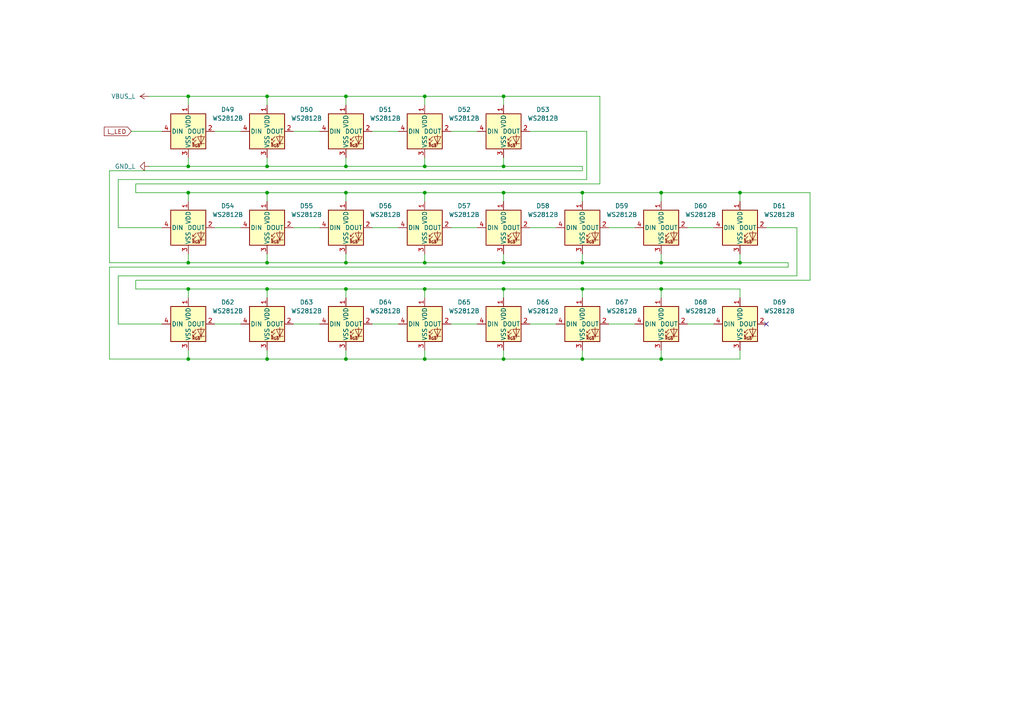
<source format=kicad_sch>
(kicad_sch (version 20231120) (generator "eeschema") (generator_version "8.0")
  (paper "A4")
  (lib_symbols
    (symbol "LED:WS2812B" (pin_names (offset 0.254))
      (property "Reference" "D" (at 5.08 5.715 0))
      (property "Value" "WS2812B" (at 1.27 -5.715 0))
      (symbol "WS2812B_0_0"
        (text "RGB" (at 2.286 -4.191 0) (effects (font (size 0.762 0.762))))
      )
      (symbol "WS2812B_0_1"
        (polyline (pts (xy 1.27 -3.556) (xy 1.778 -3.556)))
        (polyline (pts (xy 1.27 -2.54) (xy 1.778 -2.54)))
        (polyline (pts (xy 4.699 -3.556) (xy 2.667 -3.556)))
        (polyline (pts (xy 2.286 -2.54) (xy 1.27 -3.556) (xy 1.27 -3.048)))
        (polyline (pts (xy 2.286 -1.524) (xy 1.27 -2.54) (xy 1.27 -2.032)))
        (polyline (pts (xy 3.683 -1.016) (xy 3.683 -3.556) (xy 3.683 -4.064)))
        (polyline (pts (xy 4.699 -1.524) (xy 2.667 -1.524) (xy 3.683 -3.556) (xy 4.699 -1.524)))
        (rectangle (start 5.08 5.08) (end -5.08 -5.08) (stroke (width 0.254)) (fill (type background)))
      )
      (symbol "WS2812B_1_1"
        (pin power_in line (at 0 7.62 270) (length 2.54) (name "VDD") (number "1"))
        (pin output line (at 7.62 0 180) (length 2.54) (name "DOUT") (number "2"))
        (pin power_in line (at 0 -7.62 90) (length 2.54) (name "VSS") (number "3"))
        (pin input line (at -7.62 0 0) (length 2.54) (name "DIN") (number "4"))
      )
    )
    (symbol "power:GND" (power) (pin_numbers hide) (pin_names (offset 0) hide)
      (property "Value" "GND" (at 0 -3.81 0))
      (symbol "GND_0_1"
        (polyline (pts (xy 0 0) (xy 0 -1.27) (xy 1.27 -1.27) (xy 0 -2.54) (xy -1.27 -1.27) (xy 0 -1.27)))
      )
      (symbol "GND_1_1"
        (pin power_in line (at 0 0 270) (length 0) (name "~") (number "1"))
      )
    )
    (symbol "power:VBUS" (power) (pin_numbers hide) (pin_names (offset 0) hide)
      (property "Value" "VBUS" (at 0 3.556 0))
      (symbol "VBUS_0_1"
        (polyline (pts (xy -0.762 1.27) (xy 0 2.54)))
        (polyline (pts (xy 0 0) (xy 0 2.54)))
        (polyline (pts (xy 0 2.54) (xy 0.762 1.27)))
      )
      (symbol "VBUS_1_1"
        (pin power_in line (at 0 0 90) (length 0) (name "~") (number "1"))
      )
    )
  )
  (junction (at 123.19 55.88))
  (junction (at 191.77 83.82))
  (junction (at 146.05 76.2))
  (junction (at 77.47 104.14))
  (junction (at 123.19 104.14))
  (junction (at 191.77 104.14))
  (junction (at 100.33 27.94))
  (junction (at 77.47 55.88))
  (junction (at 54.61 55.88))
  (junction (at 77.47 48.26))
  (junction (at 123.19 83.82))
  (junction (at 77.47 27.94))
  (junction (at 168.91 83.82))
  (junction (at 77.47 76.2))
  (junction (at 123.19 27.94))
  (junction (at 100.33 55.88))
  (junction (at 100.33 76.2))
  (junction (at 168.91 76.2))
  (junction (at 168.91 104.14))
  (junction (at 77.47 83.82))
  (junction (at 146.05 104.14))
  (junction (at 146.05 83.82))
  (junction (at 168.91 55.88))
  (junction (at 54.61 104.14))
  (junction (at 100.33 104.14))
  (junction (at 191.77 55.88))
  (junction (at 54.61 27.94))
  (junction (at 214.63 76.2))
  (junction (at 146.05 27.94))
  (junction (at 54.61 48.26))
  (junction (at 100.33 83.82))
  (junction (at 146.05 48.26))
  (junction (at 146.05 55.88))
  (junction (at 191.77 76.2))
  (junction (at 123.19 48.26))
  (junction (at 100.33 48.26))
  (junction (at 214.63 55.88))
  (junction (at 54.61 83.82))
  (junction (at 54.61 76.2))
  (junction (at 123.19 76.2))
  (no_connect (at 222.25 93.98))
  (wire (pts (xy 85.09 38.1) (xy 92.71 38.1)))
  (wire (pts (xy 77.47 104.14) (xy 100.33 104.14)))
  (wire (pts (xy 146.05 45.72) (xy 146.05 48.26)))
  (wire (pts (xy 77.47 76.2) (xy 77.47 73.66)))
  (wire (pts (xy 168.91 55.88) (xy 191.77 55.88)))
  (wire (pts (xy 100.33 55.88) (xy 100.33 58.42)))
  (wire (pts (xy 146.05 27.94) (xy 173.99 27.94)))
  (wire (pts (xy 214.63 76.2) (xy 228.6 76.2)))
  (wire (pts (xy 168.91 55.88) (xy 168.91 58.42)))
  (wire (pts (xy 31.75 104.14) (xy 54.61 104.14)))
  (wire (pts (xy 168.91 48.26) (xy 168.91 49.53)))
  (wire (pts (xy 77.47 27.94) (xy 77.47 30.48)))
  (wire (pts (xy 85.09 93.98) (xy 92.71 93.98)))
  (wire (pts (xy 100.33 83.82) (xy 100.33 86.36)))
  (wire (pts (xy 77.47 104.14) (xy 77.47 101.6)))
  (wire (pts (xy 168.91 76.2) (xy 168.91 73.66)))
  (wire (pts (xy 191.77 83.82) (xy 214.63 83.82)))
  (wire (pts (xy 146.05 55.88) (xy 168.91 55.88)))
  (wire (pts (xy 231.14 66.04) (xy 231.14 80.01)))
  (wire (pts (xy 77.47 76.2) (xy 100.33 76.2)))
  (wire (pts (xy 168.91 104.14) (xy 168.91 101.6)))
  (wire (pts (xy 54.61 27.94) (xy 77.47 27.94)))
  (wire (pts (xy 228.6 77.47) (xy 31.75 77.47)))
  (wire (pts (xy 231.14 80.01) (xy 34.29 80.01)))
  (wire (pts (xy 123.19 48.26) (xy 123.19 45.72)))
  (wire (pts (xy 123.19 104.14) (xy 146.05 104.14)))
  (wire (pts (xy 77.47 55.88) (xy 100.33 55.88)))
  (wire (pts (xy 62.23 66.04) (xy 69.85 66.04)))
  (wire (pts (xy 100.33 48.26) (xy 123.19 48.26)))
  (wire (pts (xy 123.19 76.2) (xy 123.19 73.66)))
  (wire (pts (xy 146.05 76.2) (xy 168.91 76.2)))
  (wire (pts (xy 77.47 48.26) (xy 100.33 48.26)))
  (wire (pts (xy 54.61 73.66) (xy 54.61 76.2)))
  (wire (pts (xy 199.39 93.98) (xy 207.01 93.98)))
  (wire (pts (xy 123.19 48.26) (xy 146.05 48.26)))
  (wire (pts (xy 146.05 48.26) (xy 168.91 48.26)))
  (wire (pts (xy 39.37 81.28) (xy 39.37 83.82)))
  (wire (pts (xy 123.19 27.94) (xy 123.19 30.48)))
  (wire (pts (xy 146.05 104.14) (xy 168.91 104.14)))
  (wire (pts (xy 107.95 66.04) (xy 115.57 66.04)))
  (wire (pts (xy 54.61 83.82) (xy 77.47 83.82)))
  (wire (pts (xy 173.99 27.94) (xy 173.99 53.34)))
  (wire (pts (xy 130.81 38.1) (xy 138.43 38.1)))
  (wire (pts (xy 228.6 76.2) (xy 228.6 77.47)))
  (wire (pts (xy 191.77 104.14) (xy 191.77 101.6)))
  (wire (pts (xy 123.19 55.88) (xy 123.19 58.42)))
  (wire (pts (xy 54.61 55.88) (xy 77.47 55.88)))
  (wire (pts (xy 173.99 53.34) (xy 39.37 53.34)))
  (wire (pts (xy 153.67 93.98) (xy 161.29 93.98)))
  (wire (pts (xy 43.18 27.94) (xy 54.61 27.94)))
  (wire (pts (xy 100.33 48.26) (xy 100.33 45.72)))
  (wire (pts (xy 176.53 66.04) (xy 184.15 66.04)))
  (wire (pts (xy 170.18 52.07) (xy 34.29 52.07)))
  (wire (pts (xy 31.75 77.47) (xy 31.75 104.14)))
  (wire (pts (xy 100.33 76.2) (xy 123.19 76.2)))
  (wire (pts (xy 100.33 27.94) (xy 100.33 30.48)))
  (wire (pts (xy 199.39 66.04) (xy 207.01 66.04)))
  (wire (pts (xy 54.61 58.42) (xy 54.61 55.88)))
  (wire (pts (xy 191.77 104.14) (xy 214.63 104.14)))
  (wire (pts (xy 100.33 55.88) (xy 123.19 55.88)))
  (wire (pts (xy 168.91 49.53) (xy 31.75 49.53)))
  (wire (pts (xy 85.09 66.04) (xy 92.71 66.04)))
  (wire (pts (xy 146.05 30.48) (xy 146.05 27.94)))
  (wire (pts (xy 31.75 76.2) (xy 54.61 76.2)))
  (wire (pts (xy 39.37 53.34) (xy 39.37 55.88)))
  (wire (pts (xy 130.81 66.04) (xy 138.43 66.04)))
  (wire (pts (xy 100.33 83.82) (xy 123.19 83.82)))
  (wire (pts (xy 39.37 55.88) (xy 54.61 55.88)))
  (wire (pts (xy 168.91 76.2) (xy 191.77 76.2)))
  (wire (pts (xy 214.63 104.14) (xy 214.63 101.6)))
  (wire (pts (xy 123.19 76.2) (xy 146.05 76.2)))
  (wire (pts (xy 34.29 80.01) (xy 34.29 93.98)))
  (wire (pts (xy 34.29 66.04) (xy 46.99 66.04)))
  (wire (pts (xy 146.05 58.42) (xy 146.05 55.88)))
  (wire (pts (xy 100.33 104.14) (xy 100.33 101.6)))
  (wire (pts (xy 222.25 66.04) (xy 231.14 66.04)))
  (wire (pts (xy 191.77 76.2) (xy 191.77 73.66)))
  (wire (pts (xy 31.75 49.53) (xy 31.75 76.2)))
  (wire (pts (xy 191.77 76.2) (xy 214.63 76.2)))
  (wire (pts (xy 123.19 27.94) (xy 146.05 27.94)))
  (wire (pts (xy 100.33 27.94) (xy 123.19 27.94)))
  (wire (pts (xy 123.19 104.14) (xy 123.19 101.6)))
  (wire (pts (xy 214.63 76.2) (xy 214.63 73.66)))
  (wire (pts (xy 54.61 104.14) (xy 77.47 104.14)))
  (wire (pts (xy 54.61 76.2) (xy 77.47 76.2)))
  (wire (pts (xy 77.47 27.94) (xy 100.33 27.94)))
  (wire (pts (xy 191.77 55.88) (xy 191.77 58.42)))
  (wire (pts (xy 168.91 83.82) (xy 168.91 86.36)))
  (wire (pts (xy 123.19 55.88) (xy 146.05 55.88)))
  (wire (pts (xy 38.1 38.1) (xy 46.99 38.1)))
  (wire (pts (xy 107.95 93.98) (xy 115.57 93.98)))
  (wire (pts (xy 146.05 86.36) (xy 146.05 83.82)))
  (wire (pts (xy 100.33 76.2) (xy 100.33 73.66)))
  (wire (pts (xy 191.77 55.88) (xy 214.63 55.88)))
  (wire (pts (xy 153.67 38.1) (xy 170.18 38.1)))
  (wire (pts (xy 100.33 104.14) (xy 123.19 104.14)))
  (wire (pts (xy 123.19 83.82) (xy 146.05 83.82)))
  (wire (pts (xy 214.63 83.82) (xy 214.63 86.36)))
  (wire (pts (xy 234.95 81.28) (xy 39.37 81.28)))
  (wire (pts (xy 62.23 93.98) (xy 69.85 93.98)))
  (wire (pts (xy 77.47 83.82) (xy 100.33 83.82)))
  (wire (pts (xy 146.05 73.66) (xy 146.05 76.2)))
  (wire (pts (xy 39.37 83.82) (xy 54.61 83.82)))
  (wire (pts (xy 168.91 83.82) (xy 191.77 83.82)))
  (wire (pts (xy 54.61 86.36) (xy 54.61 83.82)))
  (wire (pts (xy 146.05 83.82) (xy 168.91 83.82)))
  (wire (pts (xy 168.91 104.14) (xy 191.77 104.14)))
  (wire (pts (xy 77.47 83.82) (xy 77.47 86.36)))
  (wire (pts (xy 43.18 48.26) (xy 54.61 48.26)))
  (wire (pts (xy 54.61 101.6) (xy 54.61 104.14)))
  (wire (pts (xy 214.63 55.88) (xy 234.95 55.88)))
  (wire (pts (xy 34.29 52.07) (xy 34.29 66.04)))
  (wire (pts (xy 107.95 38.1) (xy 115.57 38.1)))
  (wire (pts (xy 54.61 30.48) (xy 54.61 27.94)))
  (wire (pts (xy 176.53 93.98) (xy 184.15 93.98)))
  (wire (pts (xy 191.77 83.82) (xy 191.77 86.36)))
  (wire (pts (xy 123.19 83.82) (xy 123.19 86.36)))
  (wire (pts (xy 77.47 55.88) (xy 77.47 58.42)))
  (wire (pts (xy 234.95 55.88) (xy 234.95 81.28)))
  (wire (pts (xy 54.61 48.26) (xy 77.47 48.26)))
  (wire (pts (xy 54.61 45.72) (xy 54.61 48.26)))
  (wire (pts (xy 77.47 48.26) (xy 77.47 45.72)))
  (wire (pts (xy 62.23 38.1) (xy 69.85 38.1)))
  (wire (pts (xy 34.29 93.98) (xy 46.99 93.98)))
  (wire (pts (xy 130.81 93.98) (xy 138.43 93.98)))
  (wire (pts (xy 153.67 66.04) (xy 161.29 66.04)))
  (wire (pts (xy 170.18 38.1) (xy 170.18 52.07)))
  (wire (pts (xy 214.63 55.88) (xy 214.63 58.42)))
  (wire (pts (xy 146.05 101.6) (xy 146.05 104.14)))
  (global_label "L_LED" (shape input) (at 38.1 38.1 180) (property "Intersheetrefs" "${INTERSHEET_REFS}" (effects (hide yes))))
  (symbol (lib_id "LED:WS2812B") (at 54.61 93.98 0) (unit 1)
    (property "Reference" "D62" (at 66.04 87.6614 0))
    (property "Value" "WS2812B" (at 66.04 90.2014 0))
    (property "Footprint" "kicad-keyboard:MX_SK6812MINI-E" (effects (hide yes)))
    (property "Datasheet" "https://cdn-shop.adafruit.com/datasheets/WS2812B.pdf" (effects (hide yes)))
    (property "Description" "RGB LED with integrated controller" (effects (hide yes)))
  )
  (symbol (lib_id "LED:WS2812B") (at 77.47 66.04 0) (unit 1)
    (property "Reference" "D55" (at 88.9 59.7214 0))
    (property "Value" "WS2812B" (at 88.9 62.2614 0))
    (property "Footprint" "kicad-keyboard:MX_SK6812MINI-E" (effects (hide yes)))
    (property "Datasheet" "https://cdn-shop.adafruit.com/datasheets/WS2812B.pdf" (effects (hide yes)))
    (property "Description" "RGB LED with integrated controller" (effects (hide yes)))
  )
  (symbol (lib_id "LED:WS2812B") (at 123.19 38.1 0) (unit 1)
    (property "Reference" "D52" (at 134.62 31.7814 0))
    (property "Value" "WS2812B" (at 134.62 34.3214 0))
    (property "Footprint" "kicad-keyboard:MX_SK6812MINI-E" (effects (hide yes)))
    (property "Datasheet" "https://cdn-shop.adafruit.com/datasheets/WS2812B.pdf" (effects (hide yes)))
    (property "Description" "RGB LED with integrated controller" (effects (hide yes)))
  )
  (symbol (lib_id "power:VBUS") (at 43.18 27.94 90) (unit 1)
    (property "Reference" "#PWR013" (effects (hide yes)))
    (property "Value" "VBUS_L" (at 39.37 27.9399 90) (effects (justify left)))
    (property "Description" "Power symbol creates a global label with name \"VBUS\"" (effects (hide yes)))
  )
  (symbol (lib_id "LED:WS2812B") (at 54.61 38.1 0) (unit 1)
    (property "Reference" "D49" (at 66.04 31.7814 0))
    (property "Value" "WS2812B" (at 66.04 34.3214 0))
    (property "Footprint" "kicad-keyboard:MX_SK6812MINI-E" (effects (hide yes)))
    (property "Datasheet" "https://cdn-shop.adafruit.com/datasheets/WS2812B.pdf" (effects (hide yes)))
    (property "Description" "RGB LED with integrated controller" (effects (hide yes)))
  )
  (symbol (lib_id "LED:WS2812B") (at 146.05 66.04 0) (unit 1)
    (property "Reference" "D58" (at 157.48 59.7214 0))
    (property "Value" "WS2812B" (at 157.48 62.2614 0))
    (property "Footprint" "kicad-keyboard:MX_SK6812MINI-E" (effects (hide yes)))
    (property "Datasheet" "https://cdn-shop.adafruit.com/datasheets/WS2812B.pdf" (effects (hide yes)))
    (property "Description" "RGB LED with integrated controller" (effects (hide yes)))
  )
  (symbol (lib_id "LED:WS2812B") (at 77.47 93.98 0) (unit 1)
    (property "Reference" "D63" (at 88.9 87.6614 0))
    (property "Value" "WS2812B" (at 88.9 90.2014 0))
    (property "Footprint" "kicad-keyboard:MX_SK6812MINI-E" (effects (hide yes)))
    (property "Datasheet" "https://cdn-shop.adafruit.com/datasheets/WS2812B.pdf" (effects (hide yes)))
    (property "Description" "RGB LED with integrated controller" (effects (hide yes)))
  )
  (symbol (lib_id "LED:WS2812B") (at 146.05 38.1 0) (unit 1)
    (property "Reference" "D53" (at 157.48 31.7814 0))
    (property "Value" "WS2812B" (at 157.48 34.3214 0))
    (property "Footprint" "kicad-keyboard:MX_SK6812MINI-E" (effects (hide yes)))
    (property "Datasheet" "https://cdn-shop.adafruit.com/datasheets/WS2812B.pdf" (effects (hide yes)))
    (property "Description" "RGB LED with integrated controller" (effects (hide yes)))
  )
  (symbol (lib_id "LED:WS2812B") (at 168.91 66.04 0) (unit 1)
    (property "Reference" "D59" (at 180.34 59.7214 0))
    (property "Value" "WS2812B" (at 180.34 62.2614 0))
    (property "Footprint" "kicad-keyboard:MX_SK6812MINI-E" (effects (hide yes)))
    (property "Datasheet" "https://cdn-shop.adafruit.com/datasheets/WS2812B.pdf" (effects (hide yes)))
    (property "Description" "RGB LED with integrated controller" (effects (hide yes)))
  )
  (symbol (lib_id "LED:WS2812B") (at 123.19 66.04 0) (unit 1)
    (property "Reference" "D57" (at 134.62 59.7214 0))
    (property "Value" "WS2812B" (at 134.62 62.2614 0))
    (property "Footprint" "kicad-keyboard:MX_SK6812MINI-E" (effects (hide yes)))
    (property "Datasheet" "https://cdn-shop.adafruit.com/datasheets/WS2812B.pdf" (effects (hide yes)))
    (property "Description" "RGB LED with integrated controller" (effects (hide yes)))
  )
  (symbol (lib_id "LED:WS2812B") (at 214.63 93.98 0) (unit 1)
    (property "Reference" "D69" (at 226.06 87.6614 0))
    (property "Value" "WS2812B" (at 226.06 90.2014 0))
    (property "Footprint" "kicad-keyboard:MX_SK6812MINI-E" (effects (hide yes)))
    (property "Datasheet" "https://cdn-shop.adafruit.com/datasheets/WS2812B.pdf" (effects (hide yes)))
    (property "Description" "RGB LED with integrated controller" (effects (hide yes)))
  )
  (symbol (lib_id "LED:WS2812B") (at 168.91 93.98 0) (unit 1)
    (property "Reference" "D67" (at 180.34 87.6614 0))
    (property "Value" "WS2812B" (at 180.34 90.2014 0))
    (property "Footprint" "kicad-keyboard:MX_SK6812MINI-E" (effects (hide yes)))
    (property "Datasheet" "https://cdn-shop.adafruit.com/datasheets/WS2812B.pdf" (effects (hide yes)))
    (property "Description" "RGB LED with integrated controller" (effects (hide yes)))
  )
  (symbol (lib_id "LED:WS2812B") (at 191.77 66.04 0) (unit 1)
    (property "Reference" "D60" (at 203.2 59.7214 0))
    (property "Value" "WS2812B" (at 203.2 62.2614 0))
    (property "Footprint" "kicad-keyboard:MX_SK6812MINI-E" (effects (hide yes)))
    (property "Datasheet" "https://cdn-shop.adafruit.com/datasheets/WS2812B.pdf" (effects (hide yes)))
    (property "Description" "RGB LED with integrated controller" (effects (hide yes)))
  )
  (symbol (lib_id "LED:WS2812B") (at 100.33 93.98 0) (unit 1)
    (property "Reference" "D64" (at 111.76 87.6614 0))
    (property "Value" "WS2812B" (at 111.76 90.2014 0))
    (property "Footprint" "kicad-keyboard:MX_SK6812MINI-E" (effects (hide yes)))
    (property "Datasheet" "https://cdn-shop.adafruit.com/datasheets/WS2812B.pdf" (effects (hide yes)))
    (property "Description" "RGB LED with integrated controller" (effects (hide yes)))
  )
  (symbol (lib_id "LED:WS2812B") (at 100.33 38.1 0) (unit 1)
    (property "Reference" "D51" (at 111.76 31.7814 0))
    (property "Value" "WS2812B" (at 111.76 34.3214 0))
    (property "Footprint" "kicad-keyboard:MX_SK6812MINI-E" (effects (hide yes)))
    (property "Datasheet" "https://cdn-shop.adafruit.com/datasheets/WS2812B.pdf" (effects (hide yes)))
    (property "Description" "RGB LED with integrated controller" (effects (hide yes)))
  )
  (symbol (lib_id "LED:WS2812B") (at 123.19 93.98 0) (unit 1)
    (property "Reference" "D65" (at 134.62 87.6614 0))
    (property "Value" "WS2812B" (at 134.62 90.2014 0))
    (property "Footprint" "kicad-keyboard:MX_SK6812MINI-E" (effects (hide yes)))
    (property "Datasheet" "https://cdn-shop.adafruit.com/datasheets/WS2812B.pdf" (effects (hide yes)))
    (property "Description" "RGB LED with integrated controller" (effects (hide yes)))
  )
  (symbol (lib_id "LED:WS2812B") (at 146.05 93.98 0) (unit 1)
    (property "Reference" "D66" (at 157.48 87.6614 0))
    (property "Value" "WS2812B" (at 157.48 90.2014 0))
    (property "Footprint" "kicad-keyboard:MX_SK6812MINI-E" (effects (hide yes)))
    (property "Datasheet" "https://cdn-shop.adafruit.com/datasheets/WS2812B.pdf" (effects (hide yes)))
    (property "Description" "RGB LED with integrated controller" (effects (hide yes)))
  )
  (symbol (lib_id "power:GND") (at 43.18 48.26 270) (unit 1)
    (property "Reference" "#PWR014" (effects (hide yes)))
    (property "Value" "GND_L" (at 39.37 48.2599 90) (effects (justify right)))
    (property "Description" "Power symbol creates a global label with name \"GND\" , ground" (effects (hide yes)))
  )
  (symbol (lib_id "LED:WS2812B") (at 77.47 38.1 0) (unit 1)
    (property "Reference" "D50" (at 88.9 31.7814 0))
    (property "Value" "WS2812B" (at 88.9 34.3214 0))
    (property "Footprint" "kicad-keyboard:MX_SK6812MINI-E" (effects (hide yes)))
    (property "Datasheet" "https://cdn-shop.adafruit.com/datasheets/WS2812B.pdf" (effects (hide yes)))
    (property "Description" "RGB LED with integrated controller" (effects (hide yes)))
  )
  (symbol (lib_id "LED:WS2812B") (at 214.63 66.04 0) (unit 1)
    (property "Reference" "D61" (at 226.06 59.7214 0))
    (property "Value" "WS2812B" (at 226.06 62.2614 0))
    (property "Footprint" "kicad-keyboard:MX_SK6812MINI-E" (effects (hide yes)))
    (property "Datasheet" "https://cdn-shop.adafruit.com/datasheets/WS2812B.pdf" (effects (hide yes)))
    (property "Description" "RGB LED with integrated controller" (effects (hide yes)))
  )
  (symbol (lib_id "LED:WS2812B") (at 54.61 66.04 0) (unit 1)
    (property "Reference" "D54" (at 66.04 59.7214 0))
    (property "Value" "WS2812B" (at 66.04 62.2614 0))
    (property "Footprint" "kicad-keyboard:MX_SK6812MINI-E" (effects (hide yes)))
    (property "Datasheet" "https://cdn-shop.adafruit.com/datasheets/WS2812B.pdf" (effects (hide yes)))
    (property "Description" "RGB LED with integrated controller" (effects (hide yes)))
  )
  (symbol (lib_id "LED:WS2812B") (at 100.33 66.04 0) (unit 1)
    (property "Reference" "D56" (at 111.76 59.7214 0))
    (property "Value" "WS2812B" (at 111.76 62.2614 0))
    (property "Footprint" "kicad-keyboard:MX_SK6812MINI-E" (effects (hide yes)))
    (property "Datasheet" "https://cdn-shop.adafruit.com/datasheets/WS2812B.pdf" (effects (hide yes)))
    (property "Description" "RGB LED with integrated controller" (effects (hide yes)))
  )
  (symbol (lib_id "LED:WS2812B") (at 191.77 93.98 0) (unit 1)
    (property "Reference" "D68" (at 203.2 87.6614 0))
    (property "Value" "WS2812B" (at 203.2 90.2014 0))
    (property "Footprint" "kicad-keyboard:MX_SK6812MINI-E" (effects (hide yes)))
    (property "Datasheet" "https://cdn-shop.adafruit.com/datasheets/WS2812B.pdf" (effects (hide yes)))
    (property "Description" "RGB LED with integrated controller" (effects (hide yes)))
  )
)
</source>
